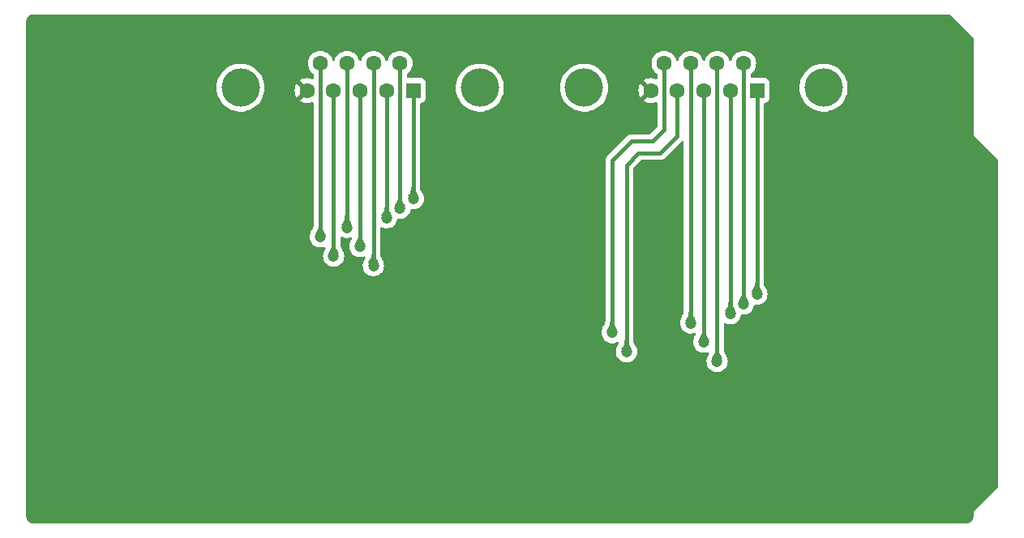
<source format=gbl>
G04 #@! TF.GenerationSoftware,KiCad,Pcbnew,8.0.5*
G04 #@! TF.CreationDate,2024-09-14T17:32:50+01:00*
G04 #@! TF.ProjectId,RS232Board,52533233-3242-46f6-9172-642e6b696361,rev?*
G04 #@! TF.SameCoordinates,Original*
G04 #@! TF.FileFunction,Copper,L2,Bot*
G04 #@! TF.FilePolarity,Positive*
%FSLAX46Y46*%
G04 Gerber Fmt 4.6, Leading zero omitted, Abs format (unit mm)*
G04 Created by KiCad (PCBNEW 8.0.5) date 2024-09-14 17:32:50*
%MOMM*%
%LPD*%
G01*
G04 APERTURE LIST*
G04 #@! TA.AperFunction,ComponentPad*
%ADD10C,4.000000*%
G04 #@! TD*
G04 #@! TA.AperFunction,ComponentPad*
%ADD11R,1.600000X1.600000*%
G04 #@! TD*
G04 #@! TA.AperFunction,ComponentPad*
%ADD12C,1.600000*%
G04 #@! TD*
G04 #@! TA.AperFunction,ViaPad*
%ADD13C,1.200000*%
G04 #@! TD*
G04 #@! TA.AperFunction,Conductor*
%ADD14C,0.400000*%
G04 #@! TD*
G04 APERTURE END LIST*
D10*
X183330000Y-54405331D03*
X158330000Y-54405331D03*
D11*
X176370000Y-54705331D03*
D12*
X173600000Y-54705331D03*
X170830000Y-54705331D03*
X168060000Y-54705331D03*
X165290000Y-54705331D03*
X174985000Y-51865331D03*
X172215000Y-51865331D03*
X169445000Y-51865331D03*
X166675000Y-51865331D03*
D10*
X147435000Y-54405331D03*
X122435000Y-54405331D03*
D11*
X140475000Y-54705331D03*
D12*
X137705000Y-54705331D03*
X134935000Y-54705331D03*
X132165000Y-54705331D03*
X129395000Y-54705331D03*
X139090000Y-51865331D03*
X136320000Y-51865331D03*
X133550000Y-51865331D03*
X130780000Y-51865331D03*
D13*
X132165000Y-72000000D03*
X161250000Y-80000000D03*
X140475000Y-66000000D03*
X173600000Y-78000000D03*
X134935000Y-71000000D03*
X139090000Y-67000000D03*
X162750000Y-82000000D03*
X136320000Y-73000000D03*
X133550000Y-69000000D03*
X170830000Y-81000000D03*
X176370000Y-76000000D03*
X174985000Y-77000000D03*
X130780000Y-70000000D03*
X172215000Y-83000000D03*
X169445000Y-79000000D03*
X137705000Y-68000000D03*
D14*
X130780000Y-51865331D02*
X130780000Y-70000000D01*
X132165000Y-54705331D02*
X132165000Y-72000000D01*
X133550000Y-51865331D02*
X133550000Y-69000000D01*
X134935000Y-54705331D02*
X134935000Y-71000000D01*
X136320000Y-51865331D02*
X136320000Y-73000000D01*
X137705000Y-54705331D02*
X137705000Y-68000000D01*
X139090000Y-51865331D02*
X139090000Y-67000000D01*
X140475000Y-54705331D02*
X140475000Y-66000000D01*
X176370000Y-54705331D02*
X176370000Y-76000000D01*
X174985000Y-51865331D02*
X174985000Y-77000000D01*
X173600000Y-54705331D02*
X173600000Y-78000000D01*
X172215000Y-51865331D02*
X172215000Y-83000000D01*
X170830000Y-54705331D02*
X170830000Y-81000000D01*
X164000000Y-61250000D02*
X162750000Y-62500000D01*
X166250000Y-61250000D02*
X164000000Y-61250000D01*
X162750000Y-62500000D02*
X162750000Y-82000000D01*
X168060000Y-54705331D02*
X168060000Y-59440000D01*
X168060000Y-59440000D02*
X166250000Y-61250000D01*
X163250000Y-60000000D02*
X161250000Y-62000000D01*
X165500000Y-60000000D02*
X163250000Y-60000000D01*
X166675000Y-58825000D02*
X165500000Y-60000000D01*
X166675000Y-51865331D02*
X166675000Y-58825000D01*
X161250000Y-62000000D02*
X161250000Y-80000000D01*
X169445000Y-51865331D02*
X169445000Y-79000000D01*
G04 #@! TA.AperFunction,Conductor*
G36*
X196504404Y-46755185D02*
G01*
X196525046Y-46771819D01*
X198948181Y-49194954D01*
X198981666Y-49256277D01*
X198984500Y-49282635D01*
X198984500Y-59344982D01*
X198984500Y-59375018D01*
X198995994Y-59402767D01*
X198995995Y-59402768D01*
X201488181Y-61894954D01*
X201521666Y-61956277D01*
X201524500Y-61982635D01*
X201524500Y-96107364D01*
X201504815Y-96174403D01*
X201488181Y-96195045D01*
X199017233Y-98665994D01*
X198995995Y-98687231D01*
X198984500Y-98714982D01*
X198984500Y-99231907D01*
X198983903Y-99244062D01*
X198972505Y-99359778D01*
X198967763Y-99383618D01*
X198937832Y-99482290D01*
X198935789Y-99489024D01*
X198926486Y-99511482D01*
X198874561Y-99608627D01*
X198861056Y-99628839D01*
X198791176Y-99713988D01*
X198773988Y-99731176D01*
X198688839Y-99801056D01*
X198668627Y-99814561D01*
X198571482Y-99866486D01*
X198549028Y-99875787D01*
X198507028Y-99888528D01*
X198443618Y-99907763D01*
X198419778Y-99912505D01*
X198311162Y-99923203D01*
X198304060Y-99923903D01*
X198291907Y-99924500D01*
X100768093Y-99924500D01*
X100755939Y-99923903D01*
X100747995Y-99923120D01*
X100640221Y-99912505D01*
X100616381Y-99907763D01*
X100599445Y-99902625D01*
X100510968Y-99875786D01*
X100488517Y-99866486D01*
X100391372Y-99814561D01*
X100371160Y-99801056D01*
X100286011Y-99731176D01*
X100268823Y-99713988D01*
X100198943Y-99628839D01*
X100185438Y-99608627D01*
X100133510Y-99511476D01*
X100124215Y-99489037D01*
X100092234Y-99383612D01*
X100087494Y-99359777D01*
X100076097Y-99244061D01*
X100075500Y-99231907D01*
X100075500Y-79999999D01*
X160136751Y-79999999D01*
X160136751Y-80000000D01*
X160155705Y-80204558D01*
X160155706Y-80204560D01*
X160211924Y-80402147D01*
X160211930Y-80402162D01*
X160303493Y-80586044D01*
X160303498Y-80586052D01*
X160427300Y-80749993D01*
X160477155Y-80795441D01*
X160579118Y-80888392D01*
X160753782Y-80996540D01*
X160945345Y-81070751D01*
X161147282Y-81108500D01*
X161147284Y-81108500D01*
X161352716Y-81108500D01*
X161352718Y-81108500D01*
X161554655Y-81070751D01*
X161746218Y-80996540D01*
X161766671Y-80983875D01*
X161834030Y-80965317D01*
X161900731Y-80986123D01*
X161945594Y-81039686D01*
X161954377Y-81109002D01*
X161938643Y-81152490D01*
X161866851Y-81273705D01*
X161855871Y-81293201D01*
X161855424Y-81294037D01*
X161845400Y-81313789D01*
X161738206Y-81536805D01*
X161732088Y-81550012D01*
X161731845Y-81550556D01*
X161723792Y-81572381D01*
X161718463Y-81584719D01*
X161711927Y-81597846D01*
X161711921Y-81597860D01*
X161655706Y-81795438D01*
X161655705Y-81795441D01*
X161636751Y-81999999D01*
X161636751Y-82000000D01*
X161655705Y-82204558D01*
X161655706Y-82204560D01*
X161711924Y-82402147D01*
X161711930Y-82402162D01*
X161803493Y-82586044D01*
X161803498Y-82586052D01*
X161927300Y-82749993D01*
X161977155Y-82795441D01*
X162079118Y-82888392D01*
X162253782Y-82996540D01*
X162445345Y-83070751D01*
X162647282Y-83108500D01*
X162647284Y-83108500D01*
X162852716Y-83108500D01*
X162852718Y-83108500D01*
X163054655Y-83070751D01*
X163246218Y-82996540D01*
X163420882Y-82888392D01*
X163572701Y-82749991D01*
X163696503Y-82586050D01*
X163788074Y-82402152D01*
X163844294Y-82204559D01*
X163863249Y-82000000D01*
X163858667Y-81950557D01*
X163844294Y-81795441D01*
X163844293Y-81795439D01*
X163838404Y-81774742D01*
X163788074Y-81597848D01*
X163773218Y-81568014D01*
X163765954Y-81550015D01*
X163761804Y-81536844D01*
X163761792Y-81536805D01*
X163654605Y-81313806D01*
X163644515Y-81293931D01*
X163644037Y-81293038D01*
X163633138Y-81273694D01*
X163543700Y-81122682D01*
X163540840Y-81117582D01*
X163536025Y-81108500D01*
X163502615Y-81045483D01*
X163492991Y-81021636D01*
X163479901Y-80976059D01*
X163475392Y-80950557D01*
X163464454Y-80795441D01*
X163462995Y-80774754D01*
X163462994Y-80774742D01*
X163459201Y-80739214D01*
X163458500Y-80726050D01*
X163458500Y-62844833D01*
X163478185Y-62777794D01*
X163494819Y-62757152D01*
X164257152Y-61994819D01*
X164318475Y-61961334D01*
X164344833Y-61958500D01*
X166319784Y-61958500D01*
X166372512Y-61948011D01*
X166398877Y-61942767D01*
X166456662Y-61931273D01*
X166495905Y-61915018D01*
X166585601Y-61877865D01*
X166701643Y-61800328D01*
X166953618Y-61548353D01*
X168524819Y-59977152D01*
X168586142Y-59943667D01*
X168655834Y-59948651D01*
X168711767Y-59990523D01*
X168736184Y-60055987D01*
X168736500Y-60064833D01*
X168736500Y-77740721D01*
X168733693Y-77766957D01*
X168732005Y-77774752D01*
X168719605Y-77950554D01*
X168715095Y-77976056D01*
X168702006Y-78021634D01*
X168692378Y-78045490D01*
X168654153Y-78117590D01*
X168651289Y-78122697D01*
X168561851Y-78273705D01*
X168550871Y-78293201D01*
X168550424Y-78294037D01*
X168540400Y-78313789D01*
X168433206Y-78536805D01*
X168427088Y-78550012D01*
X168426845Y-78550556D01*
X168418792Y-78572381D01*
X168413463Y-78584719D01*
X168406927Y-78597846D01*
X168406921Y-78597860D01*
X168350706Y-78795438D01*
X168350705Y-78795441D01*
X168331751Y-78999999D01*
X168331751Y-79000000D01*
X168350705Y-79204558D01*
X168350706Y-79204560D01*
X168406924Y-79402147D01*
X168406930Y-79402162D01*
X168498493Y-79586044D01*
X168498498Y-79586052D01*
X168622300Y-79749993D01*
X168672155Y-79795441D01*
X168774118Y-79888392D01*
X168948782Y-79996540D01*
X169140345Y-80070751D01*
X169342282Y-80108500D01*
X169342284Y-80108500D01*
X169547716Y-80108500D01*
X169547718Y-80108500D01*
X169749655Y-80070751D01*
X169827531Y-80040581D01*
X169897153Y-80034720D01*
X169958894Y-80067430D01*
X169993148Y-80128326D01*
X169989043Y-80198075D01*
X169979016Y-80219399D01*
X169946831Y-80273740D01*
X169935871Y-80293201D01*
X169935424Y-80294037D01*
X169925400Y-80313789D01*
X169818206Y-80536805D01*
X169812088Y-80550012D01*
X169811845Y-80550556D01*
X169803792Y-80572381D01*
X169798463Y-80584719D01*
X169791927Y-80597846D01*
X169791921Y-80597860D01*
X169735706Y-80795438D01*
X169735705Y-80795441D01*
X169716751Y-80999999D01*
X169716751Y-81000000D01*
X169735705Y-81204558D01*
X169735706Y-81204560D01*
X169791924Y-81402147D01*
X169791930Y-81402162D01*
X169883493Y-81586044D01*
X169883498Y-81586052D01*
X170007300Y-81749993D01*
X170057155Y-81795441D01*
X170159118Y-81888392D01*
X170333782Y-81996540D01*
X170525345Y-82070751D01*
X170727282Y-82108500D01*
X170727284Y-82108500D01*
X170932716Y-82108500D01*
X170932718Y-82108500D01*
X171134655Y-82070751D01*
X171212531Y-82040581D01*
X171282153Y-82034720D01*
X171343894Y-82067430D01*
X171378148Y-82128326D01*
X171374043Y-82198075D01*
X171364016Y-82219399D01*
X171331831Y-82273740D01*
X171320871Y-82293201D01*
X171320424Y-82294037D01*
X171310400Y-82313789D01*
X171203206Y-82536805D01*
X171197088Y-82550012D01*
X171196845Y-82550556D01*
X171188792Y-82572381D01*
X171183463Y-82584719D01*
X171176927Y-82597846D01*
X171176921Y-82597860D01*
X171120706Y-82795438D01*
X171120705Y-82795441D01*
X171101751Y-82999999D01*
X171101751Y-83000000D01*
X171120705Y-83204558D01*
X171120706Y-83204560D01*
X171176924Y-83402147D01*
X171176930Y-83402162D01*
X171268493Y-83586044D01*
X171268498Y-83586052D01*
X171392300Y-83749993D01*
X171522904Y-83869053D01*
X171544118Y-83888392D01*
X171718782Y-83996540D01*
X171910345Y-84070751D01*
X172112282Y-84108500D01*
X172112284Y-84108500D01*
X172317716Y-84108500D01*
X172317718Y-84108500D01*
X172519655Y-84070751D01*
X172711218Y-83996540D01*
X172885882Y-83888392D01*
X173037701Y-83749991D01*
X173161503Y-83586050D01*
X173253074Y-83402152D01*
X173309294Y-83204559D01*
X173328249Y-83000000D01*
X173309294Y-82795441D01*
X173253074Y-82597848D01*
X173238218Y-82568014D01*
X173230954Y-82550015D01*
X173226804Y-82536844D01*
X173226792Y-82536805D01*
X173119605Y-82313806D01*
X173109515Y-82293931D01*
X173109037Y-82293038D01*
X173098138Y-82273694D01*
X173008700Y-82122682D01*
X173005840Y-82117582D01*
X173001025Y-82108500D01*
X172967615Y-82045483D01*
X172957991Y-82021636D01*
X172944901Y-81976059D01*
X172940392Y-81950557D01*
X172929454Y-81795441D01*
X172927995Y-81774754D01*
X172927994Y-81774742D01*
X172924201Y-81739214D01*
X172923500Y-81726050D01*
X172923500Y-79107037D01*
X172943185Y-79039998D01*
X172995989Y-78994243D01*
X173065147Y-78984299D01*
X173098362Y-78994661D01*
X173098437Y-78994469D01*
X173101300Y-78995578D01*
X173102774Y-78996038D01*
X173103777Y-78996537D01*
X173103782Y-78996540D01*
X173295345Y-79070751D01*
X173497282Y-79108500D01*
X173497284Y-79108500D01*
X173702716Y-79108500D01*
X173702718Y-79108500D01*
X173904655Y-79070751D01*
X174096218Y-78996540D01*
X174270882Y-78888392D01*
X174422701Y-78749991D01*
X174546503Y-78586050D01*
X174638074Y-78402152D01*
X174694294Y-78204559D01*
X174694295Y-78204541D01*
X174695206Y-78199677D01*
X174726874Y-78137396D01*
X174787187Y-78102123D01*
X174839877Y-78100573D01*
X174882282Y-78108500D01*
X174882285Y-78108500D01*
X175087716Y-78108500D01*
X175087718Y-78108500D01*
X175289655Y-78070751D01*
X175481218Y-77996540D01*
X175655882Y-77888392D01*
X175807701Y-77749991D01*
X175931503Y-77586050D01*
X176023074Y-77402152D01*
X176079294Y-77204559D01*
X176079295Y-77204541D01*
X176080206Y-77199677D01*
X176111874Y-77137396D01*
X176172187Y-77102123D01*
X176224877Y-77100573D01*
X176267282Y-77108500D01*
X176267285Y-77108500D01*
X176472716Y-77108500D01*
X176472718Y-77108500D01*
X176674655Y-77070751D01*
X176866218Y-76996540D01*
X177040882Y-76888392D01*
X177192701Y-76749991D01*
X177316503Y-76586050D01*
X177408074Y-76402152D01*
X177464294Y-76204559D01*
X177483249Y-76000000D01*
X177464294Y-75795441D01*
X177408074Y-75597848D01*
X177393218Y-75568014D01*
X177385954Y-75550015D01*
X177381792Y-75536805D01*
X177274605Y-75313806D01*
X177264515Y-75293931D01*
X177264037Y-75293038D01*
X177253138Y-75273694D01*
X177163700Y-75122682D01*
X177160840Y-75117582D01*
X177122616Y-75045485D01*
X177112991Y-75021636D01*
X177099901Y-74976059D01*
X177095392Y-74950557D01*
X177082994Y-74774742D01*
X177079201Y-74739214D01*
X177078500Y-74726050D01*
X177078500Y-56137831D01*
X177098185Y-56070792D01*
X177150989Y-56025037D01*
X177202500Y-56013831D01*
X177218638Y-56013831D01*
X177218654Y-56013830D01*
X177245692Y-56010922D01*
X177279201Y-56007320D01*
X177416204Y-55956220D01*
X177533261Y-55868592D01*
X177620889Y-55751535D01*
X177671989Y-55614532D01*
X177675591Y-55581023D01*
X177678499Y-55553985D01*
X177678500Y-55553968D01*
X177678500Y-54405325D01*
X180816540Y-54405325D01*
X180816540Y-54405336D01*
X180836357Y-54720343D01*
X180836359Y-54720351D01*
X180895505Y-55030403D01*
X180941271Y-55171256D01*
X180993044Y-55330598D01*
X180993046Y-55330603D01*
X181127436Y-55616196D01*
X181127442Y-55616207D01*
X181296561Y-55882696D01*
X181296563Y-55882699D01*
X181296568Y-55882706D01*
X181409243Y-56018906D01*
X181497772Y-56125919D01*
X181727858Y-56341983D01*
X181727868Y-56341991D01*
X181983209Y-56527507D01*
X181983214Y-56527509D01*
X181983221Y-56527515D01*
X182259821Y-56679578D01*
X182259826Y-56679580D01*
X182259828Y-56679581D01*
X182259829Y-56679582D01*
X182553294Y-56795773D01*
X182553297Y-56795774D01*
X182859021Y-56874270D01*
X182859025Y-56874271D01*
X182924717Y-56882569D01*
X183172167Y-56913830D01*
X183172176Y-56913830D01*
X183172179Y-56913831D01*
X183172181Y-56913831D01*
X183487819Y-56913831D01*
X183487821Y-56913831D01*
X183487824Y-56913830D01*
X183487832Y-56913830D01*
X183674692Y-56890223D01*
X183800975Y-56874271D01*
X184106702Y-56795774D01*
X184106705Y-56795773D01*
X184400170Y-56679582D01*
X184400171Y-56679581D01*
X184400169Y-56679581D01*
X184400179Y-56679578D01*
X184676779Y-56527515D01*
X184932140Y-56341985D01*
X185162233Y-56125913D01*
X185363432Y-55882706D01*
X185532562Y-55616200D01*
X185666956Y-55330597D01*
X185764495Y-55030403D01*
X185823641Y-54720351D01*
X185824587Y-54705330D01*
X185843460Y-54405336D01*
X185843460Y-54405325D01*
X185823642Y-54090318D01*
X185816494Y-54052847D01*
X185764495Y-53780259D01*
X185666956Y-53480065D01*
X185666485Y-53479065D01*
X185532563Y-53194465D01*
X185532562Y-53194462D01*
X185387967Y-52966617D01*
X185363438Y-52927965D01*
X185363436Y-52927963D01*
X185363432Y-52927956D01*
X185162233Y-52684749D01*
X185162232Y-52684748D01*
X185162227Y-52684742D01*
X184932141Y-52468678D01*
X184932131Y-52468670D01*
X184676790Y-52283154D01*
X184676783Y-52283149D01*
X184676779Y-52283147D01*
X184400179Y-52131084D01*
X184400176Y-52131082D01*
X184400171Y-52131080D01*
X184400170Y-52131079D01*
X184106705Y-52014888D01*
X184106702Y-52014887D01*
X183800978Y-51936391D01*
X183800965Y-51936389D01*
X183487832Y-51896831D01*
X183487821Y-51896831D01*
X183172179Y-51896831D01*
X183172167Y-51896831D01*
X182859034Y-51936389D01*
X182859021Y-51936391D01*
X182553297Y-52014887D01*
X182553294Y-52014888D01*
X182259829Y-52131079D01*
X182259828Y-52131080D01*
X181983221Y-52283147D01*
X181983209Y-52283154D01*
X181727868Y-52468670D01*
X181727858Y-52468678D01*
X181497772Y-52684742D01*
X181296561Y-52927965D01*
X181127442Y-53194454D01*
X181127436Y-53194465D01*
X180993046Y-53480058D01*
X180993044Y-53480063D01*
X180934863Y-53659127D01*
X180895505Y-53780259D01*
X180862220Y-53954740D01*
X180836357Y-54090318D01*
X180816540Y-54405325D01*
X177678500Y-54405325D01*
X177678500Y-53856693D01*
X177678499Y-53856676D01*
X177675157Y-53825601D01*
X177671989Y-53796130D01*
X177666069Y-53780259D01*
X177649522Y-53735895D01*
X177620889Y-53659127D01*
X177533261Y-53542070D01*
X177416204Y-53454442D01*
X177402729Y-53449416D01*
X177279203Y-53403342D01*
X177218654Y-53396831D01*
X177218638Y-53396831D01*
X175817500Y-53396831D01*
X175750461Y-53377146D01*
X175704706Y-53324342D01*
X175693500Y-53272831D01*
X175693500Y-53031167D01*
X175713185Y-52964128D01*
X175746377Y-52929592D01*
X175748701Y-52927965D01*
X175829300Y-52871529D01*
X175991198Y-52709631D01*
X176122523Y-52522080D01*
X176219284Y-52314574D01*
X176278543Y-52093418D01*
X176298498Y-51865331D01*
X176278543Y-51637244D01*
X176219284Y-51416088D01*
X176122523Y-51208582D01*
X175991198Y-51021031D01*
X175829300Y-50859133D01*
X175641749Y-50727808D01*
X175641745Y-50727806D01*
X175434249Y-50631049D01*
X175434238Y-50631045D01*
X175213089Y-50571788D01*
X175213081Y-50571787D01*
X174985002Y-50551833D01*
X174984998Y-50551833D01*
X174756918Y-50571787D01*
X174756910Y-50571788D01*
X174535761Y-50631045D01*
X174535750Y-50631049D01*
X174328254Y-50727806D01*
X174328252Y-50727807D01*
X174328251Y-50727808D01*
X174140700Y-50859133D01*
X174140698Y-50859134D01*
X174140695Y-50859137D01*
X173978806Y-51021026D01*
X173847476Y-51208583D01*
X173847475Y-51208585D01*
X173750718Y-51416081D01*
X173750714Y-51416092D01*
X173719775Y-51531561D01*
X173683410Y-51591221D01*
X173620563Y-51621750D01*
X173551187Y-51613455D01*
X173497309Y-51568970D01*
X173480225Y-51531561D01*
X173449285Y-51416092D01*
X173449281Y-51416081D01*
X173352524Y-51208585D01*
X173352523Y-51208583D01*
X173352523Y-51208582D01*
X173221198Y-51021031D01*
X173059300Y-50859133D01*
X172871749Y-50727808D01*
X172871745Y-50727806D01*
X172664249Y-50631049D01*
X172664238Y-50631045D01*
X172443089Y-50571788D01*
X172443081Y-50571787D01*
X172215002Y-50551833D01*
X172214998Y-50551833D01*
X171986918Y-50571787D01*
X171986910Y-50571788D01*
X171765761Y-50631045D01*
X171765750Y-50631049D01*
X171558254Y-50727806D01*
X171558252Y-50727807D01*
X171558251Y-50727808D01*
X171370700Y-50859133D01*
X171370698Y-50859134D01*
X171370695Y-50859137D01*
X171208806Y-51021026D01*
X171077476Y-51208583D01*
X171077475Y-51208585D01*
X170980718Y-51416081D01*
X170980714Y-51416092D01*
X170949775Y-51531561D01*
X170913410Y-51591221D01*
X170850563Y-51621750D01*
X170781187Y-51613455D01*
X170727309Y-51568970D01*
X170710225Y-51531561D01*
X170679285Y-51416092D01*
X170679281Y-51416081D01*
X170582524Y-51208585D01*
X170582523Y-51208583D01*
X170582523Y-51208582D01*
X170451198Y-51021031D01*
X170289300Y-50859133D01*
X170101749Y-50727808D01*
X170101745Y-50727806D01*
X169894249Y-50631049D01*
X169894238Y-50631045D01*
X169673089Y-50571788D01*
X169673081Y-50571787D01*
X169445002Y-50551833D01*
X169444998Y-50551833D01*
X169216918Y-50571787D01*
X169216910Y-50571788D01*
X168995761Y-50631045D01*
X168995750Y-50631049D01*
X168788254Y-50727806D01*
X168788252Y-50727807D01*
X168788251Y-50727808D01*
X168600700Y-50859133D01*
X168600698Y-50859134D01*
X168600695Y-50859137D01*
X168438806Y-51021026D01*
X168307476Y-51208583D01*
X168307475Y-51208585D01*
X168210718Y-51416081D01*
X168210714Y-51416092D01*
X168179775Y-51531561D01*
X168143410Y-51591221D01*
X168080563Y-51621750D01*
X168011187Y-51613455D01*
X167957309Y-51568970D01*
X167940225Y-51531561D01*
X167909285Y-51416092D01*
X167909281Y-51416081D01*
X167812524Y-51208585D01*
X167812523Y-51208583D01*
X167812523Y-51208582D01*
X167681198Y-51021031D01*
X167519300Y-50859133D01*
X167331749Y-50727808D01*
X167331745Y-50727806D01*
X167124249Y-50631049D01*
X167124238Y-50631045D01*
X166903089Y-50571788D01*
X166903081Y-50571787D01*
X166675002Y-50551833D01*
X166674998Y-50551833D01*
X166446918Y-50571787D01*
X166446910Y-50571788D01*
X166225761Y-50631045D01*
X166225750Y-50631049D01*
X166018254Y-50727806D01*
X166018252Y-50727807D01*
X166018251Y-50727808D01*
X165830700Y-50859133D01*
X165830698Y-50859134D01*
X165830695Y-50859137D01*
X165668806Y-51021026D01*
X165537476Y-51208583D01*
X165537475Y-51208585D01*
X165440718Y-51416081D01*
X165440714Y-51416092D01*
X165381457Y-51637241D01*
X165381456Y-51637249D01*
X165361502Y-51865329D01*
X165361502Y-51865332D01*
X165381456Y-52093412D01*
X165381457Y-52093420D01*
X165440714Y-52314569D01*
X165440718Y-52314580D01*
X165512575Y-52468677D01*
X165537477Y-52522080D01*
X165668802Y-52709631D01*
X165830700Y-52871529D01*
X165911299Y-52927965D01*
X165913623Y-52929592D01*
X165957248Y-52984168D01*
X165966500Y-53031167D01*
X165966500Y-53391755D01*
X165946815Y-53458794D01*
X165894011Y-53504549D01*
X165824853Y-53514493D01*
X165790096Y-53504138D01*
X165736322Y-53479063D01*
X165736317Y-53479061D01*
X165516610Y-53420191D01*
X165516599Y-53420189D01*
X165290002Y-53400365D01*
X165289998Y-53400365D01*
X165063400Y-53420189D01*
X165063389Y-53420191D01*
X164843682Y-53479061D01*
X164843673Y-53479065D01*
X164637516Y-53575197D01*
X164637512Y-53575199D01*
X164564526Y-53626304D01*
X164564526Y-53626305D01*
X165160590Y-54222368D01*
X165097007Y-54239406D01*
X164982993Y-54305232D01*
X164889901Y-54398324D01*
X164824075Y-54512338D01*
X164807037Y-54575920D01*
X164210974Y-53979857D01*
X164210973Y-53979857D01*
X164159868Y-54052843D01*
X164159866Y-54052847D01*
X164063734Y-54259004D01*
X164063730Y-54259013D01*
X164004860Y-54478720D01*
X164004858Y-54478731D01*
X163985034Y-54705328D01*
X163985034Y-54705333D01*
X164004858Y-54931930D01*
X164004860Y-54931941D01*
X164063730Y-55151648D01*
X164063735Y-55151662D01*
X164159863Y-55357809D01*
X164210974Y-55430803D01*
X164807037Y-54834740D01*
X164824075Y-54898324D01*
X164889901Y-55012338D01*
X164982993Y-55105430D01*
X165097007Y-55171256D01*
X165160588Y-55188293D01*
X164564526Y-55784356D01*
X164637513Y-55835463D01*
X164637521Y-55835467D01*
X164843668Y-55931595D01*
X164843682Y-55931600D01*
X165063389Y-55990470D01*
X165063400Y-55990472D01*
X165289998Y-56010297D01*
X165290002Y-56010297D01*
X165516599Y-55990472D01*
X165516610Y-55990470D01*
X165736317Y-55931600D01*
X165736326Y-55931597D01*
X165790095Y-55906524D01*
X165859172Y-55896032D01*
X165922956Y-55924551D01*
X165961196Y-55983028D01*
X165966500Y-56018906D01*
X165966500Y-58480167D01*
X165946815Y-58547206D01*
X165930181Y-58567848D01*
X165242848Y-59255181D01*
X165181525Y-59288666D01*
X165155167Y-59291500D01*
X163180214Y-59291500D01*
X163043341Y-59318725D01*
X163043340Y-59318726D01*
X163005573Y-59334368D01*
X163005572Y-59334369D01*
X162921602Y-59369151D01*
X162914394Y-59372137D01*
X162798361Y-59449668D01*
X162798353Y-59449674D01*
X160699674Y-61548353D01*
X160699668Y-61548361D01*
X160622136Y-61664396D01*
X160622133Y-61664401D01*
X160584370Y-61755567D01*
X160584369Y-61755572D01*
X160569490Y-61791496D01*
X160569487Y-61791504D01*
X160568728Y-61793335D01*
X160568726Y-61793339D01*
X160544524Y-61915015D01*
X160544524Y-61915019D01*
X160541500Y-61930219D01*
X160541500Y-78740721D01*
X160538693Y-78766957D01*
X160537005Y-78774752D01*
X160524605Y-78950554D01*
X160520095Y-78976056D01*
X160507006Y-79021634D01*
X160497378Y-79045490D01*
X160459153Y-79117590D01*
X160456289Y-79122697D01*
X160366851Y-79273705D01*
X160355871Y-79293201D01*
X160355424Y-79294037D01*
X160345400Y-79313789D01*
X160238206Y-79536805D01*
X160232088Y-79550012D01*
X160231845Y-79550556D01*
X160223792Y-79572381D01*
X160218463Y-79584719D01*
X160211927Y-79597846D01*
X160211921Y-79597860D01*
X160155706Y-79795438D01*
X160155705Y-79795441D01*
X160136751Y-79999999D01*
X100075500Y-79999999D01*
X100075500Y-54405325D01*
X119921540Y-54405325D01*
X119921540Y-54405336D01*
X119941357Y-54720343D01*
X119941359Y-54720351D01*
X120000505Y-55030403D01*
X120046271Y-55171256D01*
X120098044Y-55330598D01*
X120098046Y-55330603D01*
X120232436Y-55616196D01*
X120232442Y-55616207D01*
X120401561Y-55882696D01*
X120401563Y-55882699D01*
X120401568Y-55882706D01*
X120514243Y-56018906D01*
X120602772Y-56125919D01*
X120832858Y-56341983D01*
X120832868Y-56341991D01*
X121088209Y-56527507D01*
X121088214Y-56527509D01*
X121088221Y-56527515D01*
X121364821Y-56679578D01*
X121364826Y-56679580D01*
X121364828Y-56679581D01*
X121364829Y-56679582D01*
X121658294Y-56795773D01*
X121658297Y-56795774D01*
X121964021Y-56874270D01*
X121964025Y-56874271D01*
X122029717Y-56882569D01*
X122277167Y-56913830D01*
X122277176Y-56913830D01*
X122277179Y-56913831D01*
X122277181Y-56913831D01*
X122592819Y-56913831D01*
X122592821Y-56913831D01*
X122592824Y-56913830D01*
X122592832Y-56913830D01*
X122779692Y-56890223D01*
X122905975Y-56874271D01*
X123211702Y-56795774D01*
X123211705Y-56795773D01*
X123505170Y-56679582D01*
X123505171Y-56679581D01*
X123505169Y-56679581D01*
X123505179Y-56679578D01*
X123781779Y-56527515D01*
X124037140Y-56341985D01*
X124267233Y-56125913D01*
X124468432Y-55882706D01*
X124637562Y-55616200D01*
X124771956Y-55330597D01*
X124869495Y-55030403D01*
X124928641Y-54720351D01*
X124929587Y-54705330D01*
X124929587Y-54705328D01*
X128090034Y-54705328D01*
X128090034Y-54705333D01*
X128109858Y-54931930D01*
X128109860Y-54931941D01*
X128168730Y-55151648D01*
X128168735Y-55151662D01*
X128264863Y-55357809D01*
X128315974Y-55430803D01*
X128912037Y-54834740D01*
X128929075Y-54898324D01*
X128994901Y-55012338D01*
X129087993Y-55105430D01*
X129202007Y-55171256D01*
X129265588Y-55188293D01*
X128669526Y-55784356D01*
X128742513Y-55835463D01*
X128742521Y-55835467D01*
X128948668Y-55931595D01*
X128948682Y-55931600D01*
X129168389Y-55990470D01*
X129168400Y-55990472D01*
X129394998Y-56010297D01*
X129395002Y-56010297D01*
X129621599Y-55990472D01*
X129621610Y-55990470D01*
X129841317Y-55931600D01*
X129841326Y-55931597D01*
X129895095Y-55906524D01*
X129964172Y-55896032D01*
X130027956Y-55924551D01*
X130066196Y-55983028D01*
X130071500Y-56018906D01*
X130071500Y-68740721D01*
X130068693Y-68766957D01*
X130067005Y-68774752D01*
X130054605Y-68950554D01*
X130050095Y-68976056D01*
X130037006Y-69021634D01*
X130027378Y-69045490D01*
X129989153Y-69117590D01*
X129986289Y-69122697D01*
X129896851Y-69273705D01*
X129885871Y-69293201D01*
X129885424Y-69294037D01*
X129875400Y-69313789D01*
X129768206Y-69536805D01*
X129762088Y-69550012D01*
X129761845Y-69550556D01*
X129753792Y-69572381D01*
X129748463Y-69584719D01*
X129741927Y-69597846D01*
X129741921Y-69597860D01*
X129685706Y-69795438D01*
X129685705Y-69795441D01*
X129666751Y-69999999D01*
X129666751Y-70000000D01*
X129685705Y-70204558D01*
X129685706Y-70204560D01*
X129741924Y-70402147D01*
X129741930Y-70402162D01*
X129833493Y-70586044D01*
X129833498Y-70586052D01*
X129957300Y-70749993D01*
X130007155Y-70795441D01*
X130109118Y-70888392D01*
X130283782Y-70996540D01*
X130475345Y-71070751D01*
X130677282Y-71108500D01*
X130677284Y-71108500D01*
X130882716Y-71108500D01*
X130882718Y-71108500D01*
X131084655Y-71070751D01*
X131162531Y-71040581D01*
X131232153Y-71034720D01*
X131293894Y-71067430D01*
X131328148Y-71128326D01*
X131324043Y-71198075D01*
X131314016Y-71219399D01*
X131281831Y-71273740D01*
X131270871Y-71293201D01*
X131270424Y-71294037D01*
X131260400Y-71313789D01*
X131153206Y-71536805D01*
X131147088Y-71550012D01*
X131146845Y-71550556D01*
X131138792Y-71572381D01*
X131133463Y-71584719D01*
X131126927Y-71597846D01*
X131126921Y-71597860D01*
X131070706Y-71795438D01*
X131070705Y-71795441D01*
X131051751Y-71999999D01*
X131051751Y-72000000D01*
X131070705Y-72204558D01*
X131070706Y-72204560D01*
X131126924Y-72402147D01*
X131126930Y-72402162D01*
X131218493Y-72586044D01*
X131218498Y-72586052D01*
X131342300Y-72749993D01*
X131392155Y-72795441D01*
X131494118Y-72888392D01*
X131668782Y-72996540D01*
X131860345Y-73070751D01*
X132062282Y-73108500D01*
X132062284Y-73108500D01*
X132267716Y-73108500D01*
X132267718Y-73108500D01*
X132469655Y-73070751D01*
X132661218Y-72996540D01*
X132835882Y-72888392D01*
X132987701Y-72749991D01*
X133111503Y-72586050D01*
X133203074Y-72402152D01*
X133259294Y-72204559D01*
X133278249Y-72000000D01*
X133273667Y-71950557D01*
X133259294Y-71795441D01*
X133259293Y-71795439D01*
X133253404Y-71774742D01*
X133203074Y-71597848D01*
X133188218Y-71568014D01*
X133180954Y-71550015D01*
X133176804Y-71536844D01*
X133176792Y-71536805D01*
X133069605Y-71313806D01*
X133059515Y-71293931D01*
X133059037Y-71293038D01*
X133048138Y-71273694D01*
X132958700Y-71122682D01*
X132955840Y-71117582D01*
X132951025Y-71108500D01*
X132917615Y-71045483D01*
X132907991Y-71021636D01*
X132894901Y-70976059D01*
X132890392Y-70950557D01*
X132879454Y-70795441D01*
X132877995Y-70774754D01*
X132877994Y-70774742D01*
X132874201Y-70739214D01*
X132873500Y-70726050D01*
X132873500Y-70107037D01*
X132893185Y-70039998D01*
X132945989Y-69994243D01*
X133015147Y-69984299D01*
X133048362Y-69994661D01*
X133048437Y-69994469D01*
X133051300Y-69995578D01*
X133052774Y-69996038D01*
X133053777Y-69996537D01*
X133053782Y-69996540D01*
X133245345Y-70070751D01*
X133447282Y-70108500D01*
X133447284Y-70108500D01*
X133652716Y-70108500D01*
X133652718Y-70108500D01*
X133854655Y-70070751D01*
X133932531Y-70040581D01*
X134002153Y-70034720D01*
X134063894Y-70067430D01*
X134098148Y-70128326D01*
X134094043Y-70198075D01*
X134084016Y-70219399D01*
X134051831Y-70273740D01*
X134040871Y-70293201D01*
X134040424Y-70294037D01*
X134030400Y-70313789D01*
X133923206Y-70536805D01*
X133917088Y-70550012D01*
X133916845Y-70550556D01*
X133908792Y-70572381D01*
X133903463Y-70584719D01*
X133896927Y-70597846D01*
X133896921Y-70597860D01*
X133840706Y-70795438D01*
X133840705Y-70795441D01*
X133821751Y-70999999D01*
X133821751Y-71000000D01*
X133840705Y-71204558D01*
X133840706Y-71204560D01*
X133896924Y-71402147D01*
X133896930Y-71402162D01*
X133988493Y-71586044D01*
X133988498Y-71586052D01*
X134112300Y-71749993D01*
X134162155Y-71795441D01*
X134264118Y-71888392D01*
X134438782Y-71996540D01*
X134630345Y-72070751D01*
X134832282Y-72108500D01*
X134832284Y-72108500D01*
X135037716Y-72108500D01*
X135037718Y-72108500D01*
X135239655Y-72070751D01*
X135317531Y-72040581D01*
X135387153Y-72034720D01*
X135448894Y-72067430D01*
X135483148Y-72128326D01*
X135479043Y-72198075D01*
X135469016Y-72219399D01*
X135436831Y-72273740D01*
X135425871Y-72293201D01*
X135425424Y-72294037D01*
X135415400Y-72313789D01*
X135308206Y-72536805D01*
X135302088Y-72550012D01*
X135301845Y-72550556D01*
X135293792Y-72572381D01*
X135288463Y-72584719D01*
X135281927Y-72597846D01*
X135281921Y-72597860D01*
X135225706Y-72795438D01*
X135225705Y-72795441D01*
X135206751Y-72999999D01*
X135206751Y-73000000D01*
X135225705Y-73204558D01*
X135225706Y-73204560D01*
X135281924Y-73402147D01*
X135281930Y-73402162D01*
X135373493Y-73586044D01*
X135373498Y-73586052D01*
X135497300Y-73749993D01*
X135627904Y-73869053D01*
X135649118Y-73888392D01*
X135823782Y-73996540D01*
X136015345Y-74070751D01*
X136217282Y-74108500D01*
X136217284Y-74108500D01*
X136422716Y-74108500D01*
X136422718Y-74108500D01*
X136624655Y-74070751D01*
X136816218Y-73996540D01*
X136990882Y-73888392D01*
X137142701Y-73749991D01*
X137266503Y-73586050D01*
X137358074Y-73402152D01*
X137414294Y-73204559D01*
X137433249Y-73000000D01*
X137414294Y-72795441D01*
X137358074Y-72597848D01*
X137343218Y-72568014D01*
X137335954Y-72550015D01*
X137331804Y-72536844D01*
X137331792Y-72536805D01*
X137224605Y-72313806D01*
X137214515Y-72293931D01*
X137214037Y-72293038D01*
X137203138Y-72273694D01*
X137113700Y-72122682D01*
X137110840Y-72117582D01*
X137106025Y-72108500D01*
X137072615Y-72045483D01*
X137062991Y-72021636D01*
X137049901Y-71976059D01*
X137045392Y-71950557D01*
X137034454Y-71795441D01*
X137032995Y-71774754D01*
X137032994Y-71774742D01*
X137029201Y-71739214D01*
X137028500Y-71726050D01*
X137028500Y-69107037D01*
X137048185Y-69039998D01*
X137100989Y-68994243D01*
X137170147Y-68984299D01*
X137203362Y-68994661D01*
X137203437Y-68994469D01*
X137206300Y-68995578D01*
X137207774Y-68996038D01*
X137208777Y-68996537D01*
X137208782Y-68996540D01*
X137400345Y-69070751D01*
X137602282Y-69108500D01*
X137602284Y-69108500D01*
X137807716Y-69108500D01*
X137807718Y-69108500D01*
X138009655Y-69070751D01*
X138201218Y-68996540D01*
X138375882Y-68888392D01*
X138527701Y-68749991D01*
X138651503Y-68586050D01*
X138743074Y-68402152D01*
X138799294Y-68204559D01*
X138799295Y-68204541D01*
X138800206Y-68199677D01*
X138831874Y-68137396D01*
X138892187Y-68102123D01*
X138944877Y-68100573D01*
X138987282Y-68108500D01*
X138987285Y-68108500D01*
X139192716Y-68108500D01*
X139192718Y-68108500D01*
X139394655Y-68070751D01*
X139586218Y-67996540D01*
X139760882Y-67888392D01*
X139912701Y-67749991D01*
X140036503Y-67586050D01*
X140128074Y-67402152D01*
X140184294Y-67204559D01*
X140184295Y-67204541D01*
X140185206Y-67199677D01*
X140216874Y-67137396D01*
X140277187Y-67102123D01*
X140329877Y-67100573D01*
X140372282Y-67108500D01*
X140372285Y-67108500D01*
X140577716Y-67108500D01*
X140577718Y-67108500D01*
X140779655Y-67070751D01*
X140971218Y-66996540D01*
X141145882Y-66888392D01*
X141297701Y-66749991D01*
X141421503Y-66586050D01*
X141513074Y-66402152D01*
X141569294Y-66204559D01*
X141588249Y-66000000D01*
X141569294Y-65795441D01*
X141513074Y-65597848D01*
X141498218Y-65568014D01*
X141490954Y-65550015D01*
X141486792Y-65536805D01*
X141379605Y-65313806D01*
X141369515Y-65293931D01*
X141369037Y-65293038D01*
X141358138Y-65273694D01*
X141268700Y-65122682D01*
X141265840Y-65117582D01*
X141227616Y-65045485D01*
X141217991Y-65021636D01*
X141204901Y-64976059D01*
X141200392Y-64950557D01*
X141187994Y-64774742D01*
X141184201Y-64739214D01*
X141183500Y-64726050D01*
X141183500Y-56137831D01*
X141203185Y-56070792D01*
X141255989Y-56025037D01*
X141307500Y-56013831D01*
X141323638Y-56013831D01*
X141323654Y-56013830D01*
X141350692Y-56010922D01*
X141384201Y-56007320D01*
X141521204Y-55956220D01*
X141638261Y-55868592D01*
X141725889Y-55751535D01*
X141776989Y-55614532D01*
X141780591Y-55581023D01*
X141783499Y-55553985D01*
X141783500Y-55553968D01*
X141783500Y-54405325D01*
X144921540Y-54405325D01*
X144921540Y-54405336D01*
X144941357Y-54720343D01*
X144941359Y-54720351D01*
X145000505Y-55030403D01*
X145046271Y-55171256D01*
X145098044Y-55330598D01*
X145098046Y-55330603D01*
X145232436Y-55616196D01*
X145232442Y-55616207D01*
X145401561Y-55882696D01*
X145401563Y-55882699D01*
X145401568Y-55882706D01*
X145514243Y-56018906D01*
X145602772Y-56125919D01*
X145832858Y-56341983D01*
X145832868Y-56341991D01*
X146088209Y-56527507D01*
X146088214Y-56527509D01*
X146088221Y-56527515D01*
X146364821Y-56679578D01*
X146364826Y-56679580D01*
X146364828Y-56679581D01*
X146364829Y-56679582D01*
X146658294Y-56795773D01*
X146658297Y-56795774D01*
X146964021Y-56874270D01*
X146964025Y-56874271D01*
X147029717Y-56882569D01*
X147277167Y-56913830D01*
X147277176Y-56913830D01*
X147277179Y-56913831D01*
X147277181Y-56913831D01*
X147592819Y-56913831D01*
X147592821Y-56913831D01*
X147592824Y-56913830D01*
X147592832Y-56913830D01*
X147779692Y-56890223D01*
X147905975Y-56874271D01*
X148211702Y-56795774D01*
X148211705Y-56795773D01*
X148505170Y-56679582D01*
X148505171Y-56679581D01*
X148505169Y-56679581D01*
X148505179Y-56679578D01*
X148781779Y-56527515D01*
X149037140Y-56341985D01*
X149267233Y-56125913D01*
X149468432Y-55882706D01*
X149637562Y-55616200D01*
X149771956Y-55330597D01*
X149869495Y-55030403D01*
X149928641Y-54720351D01*
X149929587Y-54705330D01*
X149948460Y-54405336D01*
X149948460Y-54405325D01*
X155816540Y-54405325D01*
X155816540Y-54405336D01*
X155836357Y-54720343D01*
X155836359Y-54720351D01*
X155895505Y-55030403D01*
X155941271Y-55171256D01*
X155993044Y-55330598D01*
X155993046Y-55330603D01*
X156127436Y-55616196D01*
X156127442Y-55616207D01*
X156296561Y-55882696D01*
X156296563Y-55882699D01*
X156296568Y-55882706D01*
X156409243Y-56018906D01*
X156497772Y-56125919D01*
X156727858Y-56341983D01*
X156727868Y-56341991D01*
X156983209Y-56527507D01*
X156983214Y-56527509D01*
X156983221Y-56527515D01*
X157259821Y-56679578D01*
X157259826Y-56679580D01*
X157259828Y-56679581D01*
X157259829Y-56679582D01*
X157553294Y-56795773D01*
X157553297Y-56795774D01*
X157859021Y-56874270D01*
X157859025Y-56874271D01*
X157924717Y-56882569D01*
X158172167Y-56913830D01*
X158172176Y-56913830D01*
X158172179Y-56913831D01*
X158172181Y-56913831D01*
X158487819Y-56913831D01*
X158487821Y-56913831D01*
X158487824Y-56913830D01*
X158487832Y-56913830D01*
X158674692Y-56890223D01*
X158800975Y-56874271D01*
X159106702Y-56795774D01*
X159106705Y-56795773D01*
X159400170Y-56679582D01*
X159400171Y-56679581D01*
X159400169Y-56679581D01*
X159400179Y-56679578D01*
X159676779Y-56527515D01*
X159932140Y-56341985D01*
X160162233Y-56125913D01*
X160363432Y-55882706D01*
X160532562Y-55616200D01*
X160666956Y-55330597D01*
X160764495Y-55030403D01*
X160823641Y-54720351D01*
X160824587Y-54705330D01*
X160843460Y-54405336D01*
X160843460Y-54405325D01*
X160823642Y-54090318D01*
X160816494Y-54052847D01*
X160764495Y-53780259D01*
X160666956Y-53480065D01*
X160666485Y-53479065D01*
X160532563Y-53194465D01*
X160532562Y-53194462D01*
X160387967Y-52966617D01*
X160363438Y-52927965D01*
X160363436Y-52927963D01*
X160363432Y-52927956D01*
X160162233Y-52684749D01*
X160162232Y-52684748D01*
X160162227Y-52684742D01*
X159932141Y-52468678D01*
X159932131Y-52468670D01*
X159676790Y-52283154D01*
X159676783Y-52283149D01*
X159676779Y-52283147D01*
X159400179Y-52131084D01*
X159400176Y-52131082D01*
X159400171Y-52131080D01*
X159400170Y-52131079D01*
X159106705Y-52014888D01*
X159106702Y-52014887D01*
X158800978Y-51936391D01*
X158800965Y-51936389D01*
X158487832Y-51896831D01*
X158487821Y-51896831D01*
X158172179Y-51896831D01*
X158172167Y-51896831D01*
X157859034Y-51936389D01*
X157859021Y-51936391D01*
X157553297Y-52014887D01*
X157553294Y-52014888D01*
X157259829Y-52131079D01*
X157259828Y-52131080D01*
X156983221Y-52283147D01*
X156983209Y-52283154D01*
X156727868Y-52468670D01*
X156727858Y-52468678D01*
X156497772Y-52684742D01*
X156296561Y-52927965D01*
X156127442Y-53194454D01*
X156127436Y-53194465D01*
X155993046Y-53480058D01*
X155993044Y-53480063D01*
X155934863Y-53659127D01*
X155895505Y-53780259D01*
X155862220Y-53954740D01*
X155836357Y-54090318D01*
X155816540Y-54405325D01*
X149948460Y-54405325D01*
X149928642Y-54090318D01*
X149921494Y-54052847D01*
X149869495Y-53780259D01*
X149771956Y-53480065D01*
X149771485Y-53479065D01*
X149637563Y-53194465D01*
X149637562Y-53194462D01*
X149492967Y-52966617D01*
X149468438Y-52927965D01*
X149468436Y-52927963D01*
X149468432Y-52927956D01*
X149267233Y-52684749D01*
X149267232Y-52684748D01*
X149267227Y-52684742D01*
X149037141Y-52468678D01*
X149037131Y-52468670D01*
X148781790Y-52283154D01*
X148781783Y-52283149D01*
X148781779Y-52283147D01*
X148505179Y-52131084D01*
X148505176Y-52131082D01*
X148505171Y-52131080D01*
X148505170Y-52131079D01*
X148211705Y-52014888D01*
X148211702Y-52014887D01*
X147905978Y-51936391D01*
X147905965Y-51936389D01*
X147592832Y-51896831D01*
X147592821Y-51896831D01*
X147277179Y-51896831D01*
X147277167Y-51896831D01*
X146964034Y-51936389D01*
X146964021Y-51936391D01*
X146658297Y-52014887D01*
X146658294Y-52014888D01*
X146364829Y-52131079D01*
X146364828Y-52131080D01*
X146088221Y-52283147D01*
X146088209Y-52283154D01*
X145832868Y-52468670D01*
X145832858Y-52468678D01*
X145602772Y-52684742D01*
X145401561Y-52927965D01*
X145232442Y-53194454D01*
X145232436Y-53194465D01*
X145098046Y-53480058D01*
X145098044Y-53480063D01*
X145039863Y-53659127D01*
X145000505Y-53780259D01*
X144967220Y-53954740D01*
X144941357Y-54090318D01*
X144921540Y-54405325D01*
X141783500Y-54405325D01*
X141783500Y-53856693D01*
X141783499Y-53856676D01*
X141780157Y-53825601D01*
X141776989Y-53796130D01*
X141771069Y-53780259D01*
X141754522Y-53735895D01*
X141725889Y-53659127D01*
X141638261Y-53542070D01*
X141521204Y-53454442D01*
X141507729Y-53449416D01*
X141384203Y-53403342D01*
X141323654Y-53396831D01*
X141323638Y-53396831D01*
X139922500Y-53396831D01*
X139855461Y-53377146D01*
X139809706Y-53324342D01*
X139798500Y-53272831D01*
X139798500Y-53031167D01*
X139818185Y-52964128D01*
X139851377Y-52929592D01*
X139853701Y-52927965D01*
X139934300Y-52871529D01*
X140096198Y-52709631D01*
X140227523Y-52522080D01*
X140324284Y-52314574D01*
X140383543Y-52093418D01*
X140403498Y-51865331D01*
X140383543Y-51637244D01*
X140324284Y-51416088D01*
X140227523Y-51208582D01*
X140096198Y-51021031D01*
X139934300Y-50859133D01*
X139746749Y-50727808D01*
X139746745Y-50727806D01*
X139539249Y-50631049D01*
X139539238Y-50631045D01*
X139318089Y-50571788D01*
X139318081Y-50571787D01*
X139090002Y-50551833D01*
X139089998Y-50551833D01*
X138861918Y-50571787D01*
X138861910Y-50571788D01*
X138640761Y-50631045D01*
X138640750Y-50631049D01*
X138433254Y-50727806D01*
X138433252Y-50727807D01*
X138433251Y-50727808D01*
X138245700Y-50859133D01*
X138245698Y-50859134D01*
X138245695Y-50859137D01*
X138083806Y-51021026D01*
X137952476Y-51208583D01*
X137952475Y-51208585D01*
X137855718Y-51416081D01*
X137855714Y-51416092D01*
X137824775Y-51531561D01*
X137788410Y-51591221D01*
X137725563Y-51621750D01*
X137656187Y-51613455D01*
X137602309Y-51568970D01*
X137585225Y-51531561D01*
X137554285Y-51416092D01*
X137554281Y-51416081D01*
X137457524Y-51208585D01*
X137457523Y-51208583D01*
X137457523Y-51208582D01*
X137326198Y-51021031D01*
X137164300Y-50859133D01*
X136976749Y-50727808D01*
X136976745Y-50727806D01*
X136769249Y-50631049D01*
X136769238Y-50631045D01*
X136548089Y-50571788D01*
X136548081Y-50571787D01*
X136320002Y-50551833D01*
X136319998Y-50551833D01*
X136091918Y-50571787D01*
X136091910Y-50571788D01*
X135870761Y-50631045D01*
X135870750Y-50631049D01*
X135663254Y-50727806D01*
X135663252Y-50727807D01*
X135663251Y-50727808D01*
X135475700Y-50859133D01*
X135475698Y-50859134D01*
X135475695Y-50859137D01*
X135313806Y-51021026D01*
X135182476Y-51208583D01*
X135182475Y-51208585D01*
X135085718Y-51416081D01*
X135085714Y-51416092D01*
X135054775Y-51531561D01*
X135018410Y-51591221D01*
X134955563Y-51621750D01*
X134886187Y-51613455D01*
X134832309Y-51568970D01*
X134815225Y-51531561D01*
X134784285Y-51416092D01*
X134784281Y-51416081D01*
X134687524Y-51208585D01*
X134687523Y-51208583D01*
X134687523Y-51208582D01*
X134556198Y-51021031D01*
X134394300Y-50859133D01*
X134206749Y-50727808D01*
X134206745Y-50727806D01*
X133999249Y-50631049D01*
X133999238Y-50631045D01*
X133778089Y-50571788D01*
X133778081Y-50571787D01*
X133550002Y-50551833D01*
X133549998Y-50551833D01*
X133321918Y-50571787D01*
X133321910Y-50571788D01*
X133100761Y-50631045D01*
X133100750Y-50631049D01*
X132893254Y-50727806D01*
X132893252Y-50727807D01*
X132893251Y-50727808D01*
X132705700Y-50859133D01*
X132705698Y-50859134D01*
X132705695Y-50859137D01*
X132543806Y-51021026D01*
X132412476Y-51208583D01*
X132412475Y-51208585D01*
X132315718Y-51416081D01*
X132315714Y-51416092D01*
X132284775Y-51531561D01*
X132248410Y-51591221D01*
X132185563Y-51621750D01*
X132116187Y-51613455D01*
X132062309Y-51568970D01*
X132045225Y-51531561D01*
X132014285Y-51416092D01*
X132014281Y-51416081D01*
X131917524Y-51208585D01*
X131917523Y-51208583D01*
X131917523Y-51208582D01*
X131786198Y-51021031D01*
X131624300Y-50859133D01*
X131436749Y-50727808D01*
X131436745Y-50727806D01*
X131229249Y-50631049D01*
X131229238Y-50631045D01*
X131008089Y-50571788D01*
X131008081Y-50571787D01*
X130780002Y-50551833D01*
X130779998Y-50551833D01*
X130551918Y-50571787D01*
X130551910Y-50571788D01*
X130330761Y-50631045D01*
X130330750Y-50631049D01*
X130123254Y-50727806D01*
X130123252Y-50727807D01*
X130123251Y-50727808D01*
X129935700Y-50859133D01*
X129935698Y-50859134D01*
X129935695Y-50859137D01*
X129773806Y-51021026D01*
X129642476Y-51208583D01*
X129642475Y-51208585D01*
X129545718Y-51416081D01*
X129545714Y-51416092D01*
X129486457Y-51637241D01*
X129486456Y-51637249D01*
X129466502Y-51865329D01*
X129466502Y-51865332D01*
X129486456Y-52093412D01*
X129486457Y-52093420D01*
X129545714Y-52314569D01*
X129545718Y-52314580D01*
X129617575Y-52468677D01*
X129642477Y-52522080D01*
X129773802Y-52709631D01*
X129935700Y-52871529D01*
X130016299Y-52927965D01*
X130018623Y-52929592D01*
X130062248Y-52984168D01*
X130071500Y-53031167D01*
X130071500Y-53391755D01*
X130051815Y-53458794D01*
X129999011Y-53504549D01*
X129929853Y-53514493D01*
X129895096Y-53504138D01*
X129841322Y-53479063D01*
X129841317Y-53479061D01*
X129621610Y-53420191D01*
X129621599Y-53420189D01*
X129395002Y-53400365D01*
X129394998Y-53400365D01*
X129168400Y-53420189D01*
X129168389Y-53420191D01*
X128948682Y-53479061D01*
X128948673Y-53479065D01*
X128742516Y-53575197D01*
X128742512Y-53575199D01*
X128669526Y-53626304D01*
X128669526Y-53626305D01*
X129265590Y-54222368D01*
X129202007Y-54239406D01*
X129087993Y-54305232D01*
X128994901Y-54398324D01*
X128929075Y-54512338D01*
X128912037Y-54575920D01*
X128315974Y-53979857D01*
X128315973Y-53979857D01*
X128264868Y-54052843D01*
X128264866Y-54052847D01*
X128168734Y-54259004D01*
X128168730Y-54259013D01*
X128109860Y-54478720D01*
X128109858Y-54478731D01*
X128090034Y-54705328D01*
X124929587Y-54705328D01*
X124948460Y-54405336D01*
X124948460Y-54405325D01*
X124928642Y-54090318D01*
X124921494Y-54052847D01*
X124869495Y-53780259D01*
X124771956Y-53480065D01*
X124771485Y-53479065D01*
X124637563Y-53194465D01*
X124637562Y-53194462D01*
X124492967Y-52966617D01*
X124468438Y-52927965D01*
X124468436Y-52927963D01*
X124468432Y-52927956D01*
X124267233Y-52684749D01*
X124267232Y-52684748D01*
X124267227Y-52684742D01*
X124037141Y-52468678D01*
X124037131Y-52468670D01*
X123781790Y-52283154D01*
X123781783Y-52283149D01*
X123781779Y-52283147D01*
X123505179Y-52131084D01*
X123505176Y-52131082D01*
X123505171Y-52131080D01*
X123505170Y-52131079D01*
X123211705Y-52014888D01*
X123211702Y-52014887D01*
X122905978Y-51936391D01*
X122905965Y-51936389D01*
X122592832Y-51896831D01*
X122592821Y-51896831D01*
X122277179Y-51896831D01*
X122277167Y-51896831D01*
X121964034Y-51936389D01*
X121964021Y-51936391D01*
X121658297Y-52014887D01*
X121658294Y-52014888D01*
X121364829Y-52131079D01*
X121364828Y-52131080D01*
X121088221Y-52283147D01*
X121088209Y-52283154D01*
X120832868Y-52468670D01*
X120832858Y-52468678D01*
X120602772Y-52684742D01*
X120401561Y-52927965D01*
X120232442Y-53194454D01*
X120232436Y-53194465D01*
X120098046Y-53480058D01*
X120098044Y-53480063D01*
X120039863Y-53659127D01*
X120000505Y-53780259D01*
X119967220Y-53954740D01*
X119941357Y-54090318D01*
X119921540Y-54405325D01*
X100075500Y-54405325D01*
X100075500Y-47428092D01*
X100076097Y-47415938D01*
X100087494Y-47300222D01*
X100092234Y-47276389D01*
X100124216Y-47170959D01*
X100133508Y-47148526D01*
X100185442Y-47051365D01*
X100198938Y-47031166D01*
X100268827Y-46946006D01*
X100286006Y-46928827D01*
X100371166Y-46858938D01*
X100391365Y-46845442D01*
X100488526Y-46793508D01*
X100510959Y-46784216D01*
X100616389Y-46752234D01*
X100640220Y-46747494D01*
X100755939Y-46736097D01*
X100768093Y-46735500D01*
X100786531Y-46735500D01*
X196437365Y-46735500D01*
X196504404Y-46755185D01*
G37*
G04 #@! TD.AperFunction*
G04 #@! TA.AperFunction,Conductor*
G36*
X130977369Y-68803427D02*
G01*
X130980767Y-68810877D01*
X130997874Y-69053456D01*
X130997874Y-69053459D01*
X131037810Y-69192515D01*
X131047795Y-69227280D01*
X131124212Y-69371418D01*
X131124221Y-69371433D01*
X131221314Y-69535369D01*
X131221792Y-69536262D01*
X131328979Y-69759261D01*
X131329475Y-69768202D01*
X131323503Y-69774875D01*
X131322928Y-69775132D01*
X130784494Y-69999130D01*
X130775539Y-69999144D01*
X130775506Y-69999130D01*
X130237071Y-69775132D01*
X130230749Y-69768791D01*
X130230763Y-69759836D01*
X130231004Y-69759296D01*
X130338217Y-69536238D01*
X130338669Y-69535393D01*
X130435787Y-69371418D01*
X130512204Y-69227280D01*
X130562125Y-69053455D01*
X130579233Y-68810877D01*
X130583233Y-68802865D01*
X130590904Y-68800000D01*
X130969096Y-68800000D01*
X130977369Y-68803427D01*
G37*
G04 #@! TD.AperFunction*
G04 #@! TA.AperFunction,Conductor*
G36*
X132362369Y-70803427D02*
G01*
X132365767Y-70810877D01*
X132382874Y-71053456D01*
X132382874Y-71053459D01*
X132422810Y-71192515D01*
X132432795Y-71227280D01*
X132509212Y-71371418D01*
X132509221Y-71371433D01*
X132606314Y-71535369D01*
X132606792Y-71536262D01*
X132713979Y-71759261D01*
X132714475Y-71768202D01*
X132708503Y-71774875D01*
X132707928Y-71775132D01*
X132169494Y-71999130D01*
X132160539Y-71999144D01*
X132160506Y-71999130D01*
X131622071Y-71775132D01*
X131615749Y-71768791D01*
X131615763Y-71759836D01*
X131616004Y-71759296D01*
X131723217Y-71536238D01*
X131723669Y-71535393D01*
X131820787Y-71371418D01*
X131897204Y-71227280D01*
X131947125Y-71053455D01*
X131964233Y-70810877D01*
X131968233Y-70802865D01*
X131975904Y-70800000D01*
X132354096Y-70800000D01*
X132362369Y-70803427D01*
G37*
G04 #@! TD.AperFunction*
G04 #@! TA.AperFunction,Conductor*
G36*
X133747369Y-67803427D02*
G01*
X133750767Y-67810877D01*
X133767874Y-68053456D01*
X133767874Y-68053459D01*
X133807810Y-68192515D01*
X133817795Y-68227280D01*
X133894212Y-68371418D01*
X133894221Y-68371433D01*
X133991314Y-68535369D01*
X133991792Y-68536262D01*
X134098979Y-68759261D01*
X134099475Y-68768202D01*
X134093503Y-68774875D01*
X134092928Y-68775132D01*
X133554494Y-68999130D01*
X133545539Y-68999144D01*
X133545506Y-68999130D01*
X133007071Y-68775132D01*
X133000749Y-68768791D01*
X133000763Y-68759836D01*
X133001004Y-68759296D01*
X133108217Y-68536238D01*
X133108669Y-68535393D01*
X133205787Y-68371418D01*
X133282204Y-68227280D01*
X133332125Y-68053455D01*
X133349233Y-67810877D01*
X133353233Y-67802865D01*
X133360904Y-67800000D01*
X133739096Y-67800000D01*
X133747369Y-67803427D01*
G37*
G04 #@! TD.AperFunction*
G04 #@! TA.AperFunction,Conductor*
G36*
X135132369Y-69803427D02*
G01*
X135135767Y-69810877D01*
X135152874Y-70053456D01*
X135152874Y-70053459D01*
X135192810Y-70192515D01*
X135202795Y-70227280D01*
X135279212Y-70371418D01*
X135279221Y-70371433D01*
X135376314Y-70535369D01*
X135376792Y-70536262D01*
X135483979Y-70759261D01*
X135484475Y-70768202D01*
X135478503Y-70774875D01*
X135477928Y-70775132D01*
X134939494Y-70999130D01*
X134930539Y-70999144D01*
X134930506Y-70999130D01*
X134392071Y-70775132D01*
X134385749Y-70768791D01*
X134385763Y-70759836D01*
X134386004Y-70759296D01*
X134493217Y-70536238D01*
X134493669Y-70535393D01*
X134590787Y-70371418D01*
X134667204Y-70227280D01*
X134717125Y-70053455D01*
X134734233Y-69810877D01*
X134738233Y-69802865D01*
X134745904Y-69800000D01*
X135124096Y-69800000D01*
X135132369Y-69803427D01*
G37*
G04 #@! TD.AperFunction*
G04 #@! TA.AperFunction,Conductor*
G36*
X136517369Y-71803427D02*
G01*
X136520767Y-71810877D01*
X136537874Y-72053456D01*
X136537874Y-72053459D01*
X136577810Y-72192515D01*
X136587795Y-72227280D01*
X136664212Y-72371418D01*
X136664221Y-72371433D01*
X136761314Y-72535369D01*
X136761792Y-72536262D01*
X136868979Y-72759261D01*
X136869475Y-72768202D01*
X136863503Y-72774875D01*
X136862928Y-72775132D01*
X136324494Y-72999130D01*
X136315539Y-72999144D01*
X136315506Y-72999130D01*
X135777071Y-72775132D01*
X135770749Y-72768791D01*
X135770763Y-72759836D01*
X135771004Y-72759296D01*
X135878217Y-72536238D01*
X135878669Y-72535393D01*
X135975787Y-72371418D01*
X136052204Y-72227280D01*
X136102125Y-72053455D01*
X136119233Y-71810877D01*
X136123233Y-71802865D01*
X136130904Y-71800000D01*
X136509096Y-71800000D01*
X136517369Y-71803427D01*
G37*
G04 #@! TD.AperFunction*
G04 #@! TA.AperFunction,Conductor*
G36*
X137902369Y-66803427D02*
G01*
X137905767Y-66810877D01*
X137922874Y-67053456D01*
X137922874Y-67053459D01*
X137962810Y-67192515D01*
X137972795Y-67227280D01*
X138049212Y-67371418D01*
X138049221Y-67371433D01*
X138146314Y-67535369D01*
X138146792Y-67536262D01*
X138253979Y-67759261D01*
X138254475Y-67768202D01*
X138248503Y-67774875D01*
X138247928Y-67775132D01*
X137709494Y-67999130D01*
X137700539Y-67999144D01*
X137700506Y-67999130D01*
X137162071Y-67775132D01*
X137155749Y-67768791D01*
X137155763Y-67759836D01*
X137156004Y-67759296D01*
X137263217Y-67536238D01*
X137263669Y-67535393D01*
X137360787Y-67371418D01*
X137437204Y-67227280D01*
X137487125Y-67053455D01*
X137504233Y-66810877D01*
X137508233Y-66802865D01*
X137515904Y-66800000D01*
X137894096Y-66800000D01*
X137902369Y-66803427D01*
G37*
G04 #@! TD.AperFunction*
G04 #@! TA.AperFunction,Conductor*
G36*
X139287369Y-65803427D02*
G01*
X139290767Y-65810877D01*
X139307874Y-66053456D01*
X139307874Y-66053459D01*
X139347810Y-66192515D01*
X139357795Y-66227280D01*
X139434212Y-66371418D01*
X139434221Y-66371433D01*
X139531314Y-66535369D01*
X139531792Y-66536262D01*
X139638979Y-66759261D01*
X139639475Y-66768202D01*
X139633503Y-66774875D01*
X139632928Y-66775132D01*
X139094494Y-66999130D01*
X139085539Y-66999144D01*
X139085506Y-66999130D01*
X138547071Y-66775132D01*
X138540749Y-66768791D01*
X138540763Y-66759836D01*
X138541004Y-66759296D01*
X138648217Y-66536238D01*
X138648669Y-66535393D01*
X138745787Y-66371418D01*
X138822204Y-66227280D01*
X138872125Y-66053455D01*
X138889233Y-65810877D01*
X138893233Y-65802865D01*
X138900904Y-65800000D01*
X139279096Y-65800000D01*
X139287369Y-65803427D01*
G37*
G04 #@! TD.AperFunction*
G04 #@! TA.AperFunction,Conductor*
G36*
X140672369Y-64803427D02*
G01*
X140675767Y-64810877D01*
X140692874Y-65053456D01*
X140692874Y-65053459D01*
X140732810Y-65192515D01*
X140742795Y-65227280D01*
X140819212Y-65371418D01*
X140819221Y-65371433D01*
X140916314Y-65535369D01*
X140916792Y-65536262D01*
X141023979Y-65759261D01*
X141024475Y-65768202D01*
X141018503Y-65774875D01*
X141017928Y-65775132D01*
X140479494Y-65999130D01*
X140470539Y-65999144D01*
X140470506Y-65999130D01*
X139932071Y-65775132D01*
X139925749Y-65768791D01*
X139925763Y-65759836D01*
X139926004Y-65759296D01*
X140033217Y-65536238D01*
X140033669Y-65535393D01*
X140130787Y-65371418D01*
X140207204Y-65227280D01*
X140257125Y-65053455D01*
X140274233Y-64810877D01*
X140278233Y-64802865D01*
X140285904Y-64800000D01*
X140664096Y-64800000D01*
X140672369Y-64803427D01*
G37*
G04 #@! TD.AperFunction*
G04 #@! TA.AperFunction,Conductor*
G36*
X176567369Y-74803427D02*
G01*
X176570767Y-74810877D01*
X176587874Y-75053456D01*
X176587874Y-75053459D01*
X176627810Y-75192515D01*
X176637795Y-75227280D01*
X176714212Y-75371418D01*
X176714221Y-75371433D01*
X176811314Y-75535369D01*
X176811792Y-75536262D01*
X176918979Y-75759261D01*
X176919475Y-75768202D01*
X176913503Y-75774875D01*
X176912928Y-75775132D01*
X176374494Y-75999130D01*
X176365539Y-75999144D01*
X176365506Y-75999130D01*
X175827071Y-75775132D01*
X175820749Y-75768791D01*
X175820763Y-75759836D01*
X175821004Y-75759296D01*
X175928217Y-75536238D01*
X175928669Y-75535393D01*
X176025787Y-75371418D01*
X176102204Y-75227280D01*
X176152125Y-75053455D01*
X176169233Y-74810877D01*
X176173233Y-74802865D01*
X176180904Y-74800000D01*
X176559096Y-74800000D01*
X176567369Y-74803427D01*
G37*
G04 #@! TD.AperFunction*
G04 #@! TA.AperFunction,Conductor*
G36*
X175182369Y-75803427D02*
G01*
X175185767Y-75810877D01*
X175202874Y-76053456D01*
X175202874Y-76053459D01*
X175242810Y-76192515D01*
X175252795Y-76227280D01*
X175329212Y-76371418D01*
X175329221Y-76371433D01*
X175426314Y-76535369D01*
X175426792Y-76536262D01*
X175533979Y-76759261D01*
X175534475Y-76768202D01*
X175528503Y-76774875D01*
X175527928Y-76775132D01*
X174989494Y-76999130D01*
X174980539Y-76999144D01*
X174980506Y-76999130D01*
X174442071Y-76775132D01*
X174435749Y-76768791D01*
X174435763Y-76759836D01*
X174436004Y-76759296D01*
X174543217Y-76536238D01*
X174543669Y-76535393D01*
X174640787Y-76371418D01*
X174717204Y-76227280D01*
X174767125Y-76053455D01*
X174784233Y-75810877D01*
X174788233Y-75802865D01*
X174795904Y-75800000D01*
X175174096Y-75800000D01*
X175182369Y-75803427D01*
G37*
G04 #@! TD.AperFunction*
G04 #@! TA.AperFunction,Conductor*
G36*
X173797369Y-76803427D02*
G01*
X173800767Y-76810877D01*
X173817874Y-77053456D01*
X173817874Y-77053459D01*
X173857810Y-77192515D01*
X173867795Y-77227280D01*
X173944212Y-77371418D01*
X173944221Y-77371433D01*
X174041314Y-77535369D01*
X174041792Y-77536262D01*
X174148979Y-77759261D01*
X174149475Y-77768202D01*
X174143503Y-77774875D01*
X174142928Y-77775132D01*
X173604494Y-77999130D01*
X173595539Y-77999144D01*
X173595506Y-77999130D01*
X173057071Y-77775132D01*
X173050749Y-77768791D01*
X173050763Y-77759836D01*
X173051004Y-77759296D01*
X173158217Y-77536238D01*
X173158669Y-77535393D01*
X173255787Y-77371418D01*
X173332204Y-77227280D01*
X173382125Y-77053455D01*
X173399233Y-76810877D01*
X173403233Y-76802865D01*
X173410904Y-76800000D01*
X173789096Y-76800000D01*
X173797369Y-76803427D01*
G37*
G04 #@! TD.AperFunction*
G04 #@! TA.AperFunction,Conductor*
G36*
X172412369Y-81803427D02*
G01*
X172415767Y-81810877D01*
X172432874Y-82053456D01*
X172432874Y-82053459D01*
X172472810Y-82192515D01*
X172482795Y-82227280D01*
X172559212Y-82371418D01*
X172559221Y-82371433D01*
X172656314Y-82535369D01*
X172656792Y-82536262D01*
X172763979Y-82759261D01*
X172764475Y-82768202D01*
X172758503Y-82774875D01*
X172757928Y-82775132D01*
X172219494Y-82999130D01*
X172210539Y-82999144D01*
X172210506Y-82999130D01*
X171672071Y-82775132D01*
X171665749Y-82768791D01*
X171665763Y-82759836D01*
X171666004Y-82759296D01*
X171773217Y-82536238D01*
X171773669Y-82535393D01*
X171870787Y-82371418D01*
X171947204Y-82227280D01*
X171997125Y-82053455D01*
X172014233Y-81810877D01*
X172018233Y-81802865D01*
X172025904Y-81800000D01*
X172404096Y-81800000D01*
X172412369Y-81803427D01*
G37*
G04 #@! TD.AperFunction*
G04 #@! TA.AperFunction,Conductor*
G36*
X171027369Y-79803427D02*
G01*
X171030767Y-79810877D01*
X171047874Y-80053456D01*
X171047874Y-80053459D01*
X171087810Y-80192515D01*
X171097795Y-80227280D01*
X171174212Y-80371418D01*
X171174221Y-80371433D01*
X171271314Y-80535369D01*
X171271792Y-80536262D01*
X171378979Y-80759261D01*
X171379475Y-80768202D01*
X171373503Y-80774875D01*
X171372928Y-80775132D01*
X170834494Y-80999130D01*
X170825539Y-80999144D01*
X170825506Y-80999130D01*
X170287071Y-80775132D01*
X170280749Y-80768791D01*
X170280763Y-80759836D01*
X170281004Y-80759296D01*
X170388217Y-80536238D01*
X170388669Y-80535393D01*
X170485787Y-80371418D01*
X170562204Y-80227280D01*
X170612125Y-80053455D01*
X170629233Y-79810877D01*
X170633233Y-79802865D01*
X170640904Y-79800000D01*
X171019096Y-79800000D01*
X171027369Y-79803427D01*
G37*
G04 #@! TD.AperFunction*
G04 #@! TA.AperFunction,Conductor*
G36*
X162947369Y-80803427D02*
G01*
X162950767Y-80810877D01*
X162967874Y-81053456D01*
X162967874Y-81053459D01*
X163007810Y-81192515D01*
X163017795Y-81227280D01*
X163094212Y-81371418D01*
X163094221Y-81371433D01*
X163191314Y-81535369D01*
X163191792Y-81536262D01*
X163298979Y-81759261D01*
X163299475Y-81768202D01*
X163293503Y-81774875D01*
X163292928Y-81775132D01*
X162754494Y-81999130D01*
X162745539Y-81999144D01*
X162745506Y-81999130D01*
X162207071Y-81775132D01*
X162200749Y-81768791D01*
X162200763Y-81759836D01*
X162201004Y-81759296D01*
X162308217Y-81536238D01*
X162308669Y-81535393D01*
X162405787Y-81371418D01*
X162482204Y-81227280D01*
X162532125Y-81053455D01*
X162549233Y-80810877D01*
X162553233Y-80802865D01*
X162560904Y-80800000D01*
X162939096Y-80800000D01*
X162947369Y-80803427D01*
G37*
G04 #@! TD.AperFunction*
G04 #@! TA.AperFunction,Conductor*
G36*
X161447369Y-78803427D02*
G01*
X161450767Y-78810877D01*
X161467874Y-79053456D01*
X161467874Y-79053459D01*
X161507810Y-79192515D01*
X161517795Y-79227280D01*
X161594212Y-79371418D01*
X161594221Y-79371433D01*
X161691314Y-79535369D01*
X161691792Y-79536262D01*
X161798979Y-79759261D01*
X161799475Y-79768202D01*
X161793503Y-79774875D01*
X161792928Y-79775132D01*
X161254494Y-79999130D01*
X161245539Y-79999144D01*
X161245506Y-79999130D01*
X160707071Y-79775132D01*
X160700749Y-79768791D01*
X160700763Y-79759836D01*
X160701004Y-79759296D01*
X160808217Y-79536238D01*
X160808669Y-79535393D01*
X160905787Y-79371418D01*
X160982204Y-79227280D01*
X161032125Y-79053455D01*
X161049233Y-78810877D01*
X161053233Y-78802865D01*
X161060904Y-78800000D01*
X161439096Y-78800000D01*
X161447369Y-78803427D01*
G37*
G04 #@! TD.AperFunction*
G04 #@! TA.AperFunction,Conductor*
G36*
X169642369Y-77803427D02*
G01*
X169645767Y-77810877D01*
X169662874Y-78053456D01*
X169662874Y-78053459D01*
X169702810Y-78192515D01*
X169712795Y-78227280D01*
X169789212Y-78371418D01*
X169789221Y-78371433D01*
X169886314Y-78535369D01*
X169886792Y-78536262D01*
X169993979Y-78759261D01*
X169994475Y-78768202D01*
X169988503Y-78774875D01*
X169987928Y-78775132D01*
X169449494Y-78999130D01*
X169440539Y-78999144D01*
X169440506Y-78999130D01*
X168902071Y-78775132D01*
X168895749Y-78768791D01*
X168895763Y-78759836D01*
X168896004Y-78759296D01*
X169003217Y-78536238D01*
X169003669Y-78535393D01*
X169100787Y-78371418D01*
X169177204Y-78227280D01*
X169227125Y-78053455D01*
X169244233Y-77810877D01*
X169248233Y-77802865D01*
X169255904Y-77800000D01*
X169634096Y-77800000D01*
X169642369Y-77803427D01*
G37*
G04 #@! TD.AperFunction*
M02*

</source>
